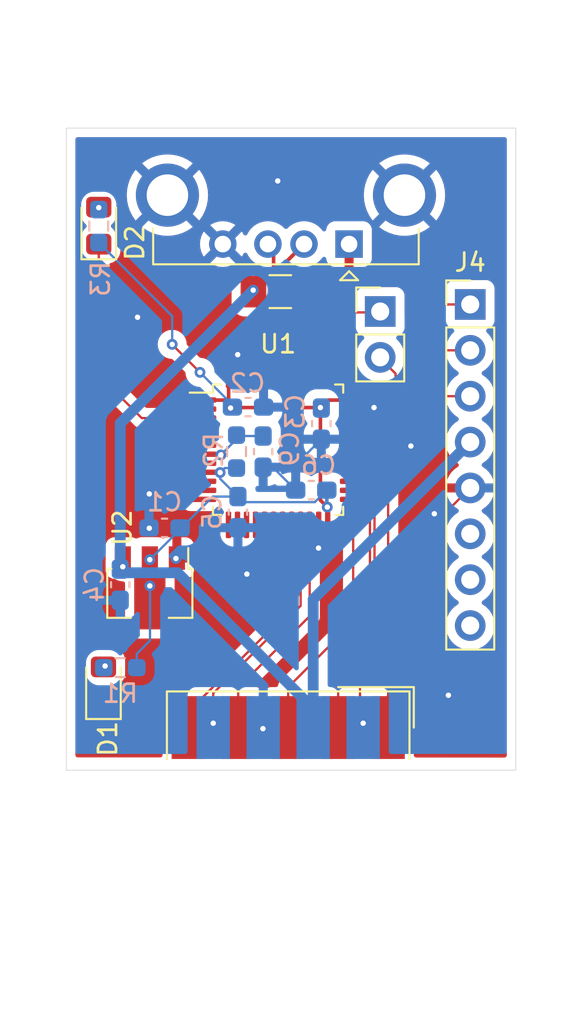
<source format=kicad_pcb>
(kicad_pcb (version 20221018) (generator pcbnew)
  (layers (0 "F.Cu" signal "Front") (1 "In1.Cu" signal) (2 "In2.Cu" signal) (31 "B.Cu" signal "Back") (34 "B.Paste" user) (35 "F.Paste" user) (36 "B.SilkS" user "B.Silkscreen") (37 "F.SilkS" user "F.Silkscreen") (38 "B.Mask" user) (39 "F.Mask" user) (44 "Edge.Cuts" user))
  (net 0 "")
  (net 1 "+3.3V")
  (net 2 "GND")
  (net 3 "+5V")
  (net 4 "/NRST")
  (net 5 "Net-(J3-VBUS)")
  (net 6 "/PIN1")
  (net 7 "/PIN2")
  (net 8 "/PIN3")
  (net 9 "/PIN4")
  (net 10 "/PIN5")
  (net 11 "/PIN6")
  (net 12 "/PIN9")
  (net 13 "/SWDIO")
  (net 14 "/SWCLK")
  (net 15 "/USB_DM")
  (net 16 "/USB_DP")
  (net 18 "Net-(D1-A)")
  (net 24 "/KB_CLK")
  (net 25 "/KB_DATA")
  (net 26 "/KB_RESET")
  (net 30 "unconnected-(U1-OSC_IN_PD0-Pad5)")
  (net 33 "unconnected-(U1-PA2_ADC2-Pad12)")
  (net 44 "/LED1")
  (net 45 "Net-(D2-A)")
  (footprint "LED_SMD:LED_0805_2012Metric_Pad1.15x1.40mm_HandSolder" (layer "F.Cu") (at 119.8 80.2475 90)
    (fp_text reference "D2" (at -0.9525 2 270) (layer "F.SilkS"))
    (fp_text value "LED")
    (fp_line (start -1.86 -0.96) (end -1.86 0.96) (stroke (width 0.12)) (layer "F.SilkS"))
    (fp_line (start -1.86 0.96) (end 1 0.96) (stroke (width 0.12)) (layer "F.SilkS"))
    (fp_line (start 1 -0.96) (end -1.86 -0.96) (stroke (width 0.12)) (layer "F.SilkS"))
    (pad "1" smd roundrect (at -1.025 0 90) (size 1.15 1.4) (layers "F.Cu" "F.Paste" "F.Mask") (roundrect_rratio 0.217391) (net 44 "/LED1"))
    (pad "2" smd roundrect (at 1.025 0 90) (size 1.15 1.4) (layers "F.Cu" "F.Paste" "F.Mask") (roundrect_rratio 0.217391) (net 45 "Net-(D2-A)"))
  )
  (footprint "Connector_PinHeader_2.54mm:PinHeader_1x08_P2.54mm_Vertical" (layer "F.Cu") (at 140.39 84.61)
    (fp_text reference "J4" (at 0 -2.33) (layer "F.SilkS"))
    (fp_text value "Conn_01x08" hide)
    (fp_line (start -1.33 -1.33) (end 0 -1.33) (stroke (width 0.12)) (layer "F.SilkS"))
    (fp_line (start -1.33 0) (end -1.33 -1.33) (stroke (width 0.12)) (layer "F.SilkS"))
    (fp_line (start -1.33 1.27) (end -1.33 19.11) (stroke (width 0.12)) (layer "F.SilkS"))
    (fp_line (start -1.33 1.27) (end 1.33 1.27) (stroke (width 0.12)) (layer "F.SilkS"))
    (fp_line (start -1.33 19.11) (end 1.33 19.11) (stroke (width 0.12)) (layer "F.SilkS"))
    (fp_line (start 1.33 1.27) (end 1.33 19.11) (stroke (width 0.12)) (layer "F.SilkS"))
    (pad "1" thru_hole rect (at 0 0) (size 1.7 1.7) (drill 1) (layers "*.Cu" "*.Mask") (net 24 "/KB_CLK"))
    (pad "2" thru_hole oval (at 0 2.54) (size 1.7 1.7) (drill 1) (layers "*.Cu" "*.Mask") (net 25 "/KB_DATA"))
    (pad "3" thru_hole oval (at 0 5.08) (size 1.7 1.7) (drill 1) (layers "*.Cu" "*.Mask") (net 26 "/KB_RESET"))
    (pad "4" thru_hole oval (at 0 7.62) (size 1.7 1.7) (drill 1) (layers "*.Cu" "*.Mask") (net 3 "+5V"))
    (pad "5" thru_hole oval (at 0 10.16) (size 1.7 1.7) (drill 1) (layers "*.Cu" "*.Mask") (net 2 "GND"))
    (pad "6" thru_hole oval (at 0 12.7) (size 1.7 1.7) (drill 1) (layers "*.Cu" "*.Mask"))
    (pad "7" thru_hole oval (at 0 15.24) (size 1.7 1.7) (drill 1) (layers "*.Cu" "*.Mask"))
    (pad "8" thru_hole oval (at 0 17.78) (size 1.7 1.7) (drill 1) (layers "*.Cu" "*.Mask"))
  )
  (footprint "Fuse:Fuse_1206_3216Metric_Pad1.42x1.75mm_HandSolder" (layer "F.Cu") (at 129.8625 83.9 180)
    (fp_text reference "F1" hide)
    (fp_text value "Fuse" hide)
    (fp_line (start -0.602064 -0.91) (end 0.602064 -0.91) (stroke (width 0.12)) (layer "F.SilkS"))
    (fp_line (start -0.602064 0.91) (end 0.602064 0.91) (stroke (width 0.12)) (layer "F.SilkS"))
    (pad "1" smd roundrect (at -1.4875 0 180) (size 1.425 1.75) (layers "F.Cu" "F.Paste" "F.Mask") (roundrect_rratio 0.1754392982) (net 5 "Net-(J3-VBUS)"))
    (pad "2" smd roundrect (at 1.4875 0 180) (size 1.425 1.75) (layers "F.Cu" "F.Paste" "F.Mask") (roundrect_rratio 0.1754392982) (net 3 "+5V"))
  )
  (footprint "Connector_USB:USB_A_CONNFLY_DS1095-WNR0" (layer "F.Cu") (at 133.675 81.2671 180)
    (fp_text reference "J3" hide)
    (fp_text value "USB_1" hide)
    (fp_line (start -3.86 -1.12) (end -3.86 0.86) (stroke (width 0.12)) (layer "F.SilkS"))
    (fp_line (start -3.86 -1.12) (end 10.86 -1.12) (stroke (width 0.12)) (layer "F.SilkS"))
    (fp_line (start -0.5 -2) (end 0 -1.5) (stroke (width 0.12)) (layer "F.SilkS"))
    (fp_line (start 0 -1.5) (end 0.5 -2) (stroke (width 0.12)) (layer "F.SilkS"))
    (fp_line (start 0.5 -2) (end -0.5 -2) (stroke (width 0.12)) (layer "F.SilkS"))
    (fp_line (start 10.86 0.86) (end 10.86 -1.12) (stroke (width 0.12)) (layer "F.SilkS"))
    (pad "1" thru_hole rect (at 0 0 180) (size 1.524 1.524) (drill 0.92) (layers "*.Cu" "*.Mask") (net 5 "Net-(J3-VBUS)"))
    (pad "2" thru_hole circle (at 2.5 0 180) (size 1.524 1.524) (drill 0.92) (layers "*.Cu" "*.Mask") (net 15 "/USB_DM"))
    (pad "3" thru_hole circle (at 4.5 0 180) (size 1.524 1.524) (drill 0.92) (layers "*.Cu" "*.Mask") (net 16 "/USB_DP"))
    (pad "4" thru_hole circle (at 7 0 180) (size 1.524 1.524) (drill 0.92) (layers "*.Cu" "*.Mask") (net 2 "GND"))
    (pad "5" thru_hole circle (at -3.07 2.71 180) (size 3.5 3.5) (drill 2.3) (layers "*.Cu" "*.Mask") (net 2 "GND"))
    (pad "5" thru_hole circle (at 10.07 2.71 180) (size 3.5 3.5) (drill 2.3) (layers "*.Cu" "*.Mask") (net 2 "GND"))
  )
  (footprint "Connector_Dsub:DSUB-9_Female_EdgeMount_P2.77mm" (layer "F.Cu") (at 130.3 108.0375)
    (fp_text reference "J1" hide)
    (fp_text value "DE9_Plug" hide)
    (fp_line (start -6.723333 -2) (end -6.723333 1.74) (stroke (width 0.12)) (layer "F.SilkS"))
    (fp_line (start 6.723333 -2) (end -6.723333 -2) (stroke (width 0.12)) (layer "F.SilkS"))
    (fp_line (start 6.723333 1.74) (end 6.723333 -2) (stroke (width 0.12)) (layer "F.SilkS"))
    (fp_line (start 6.963333 -2.24) (end 2.77 -2.24) (stroke (width 0.12)) (layer "F.SilkS"))
    (fp_line (start 6.963333 0) (end 6.963333 -2.24) (stroke (width 0.12)) (layer "F.SilkS"))
    (pad "1" smd rect (at 5.54 0) (size 1.846667 3.48) (layers "F.Cu" "F.Paste" "F.Mask") (net 6 "/PIN1"))
    (pad "2" smd rect (at 2.77 0) (size 1.846667 3.48) (layers "F.Cu" "F.Paste" "F.Mask") (net 7 "/PIN2"))
    (pad "3" smd rect (at 0 0) (size 1.846667 3.48) (layers "F.Cu" "F.Paste" "F.Mask") (net 8 "/PIN3"))
    (pad "4" smd rect (at -2.77 0) (size 1.846667 3.48) (layers "F.Cu" "F.Paste" "F.Mask") (net 9 "/PIN4"))
    (pad "5" smd rect (at -5.54 0) (size 1.846667 3.48) (layers "F.Cu" "F.Paste" "F.Mask") (net 10 "/PIN5"))
    (pad "6" smd rect (at 4.155 0) (size 1.846667 3.48) (layers "B.Cu" "B.Paste" "B.Mask") (net 11 "/PIN6"))
    (pad "7" smd rect (at 1.385 0) (size 1.846667 3.48) (layers "B.Cu" "B.Paste" "B.Mask") (net 3 "+5V"))
    (pad "8" smd rect (at -1.385 0) (size 1.846667 3.48) (layers "B.Cu" "B.Paste" "B.Mask") (net 2 "GND"))
    (pad "9" smd rect (at -4.155 0) (size 1.846667 3.48) (layers "B.Cu" "B.Paste" "B.Mask") (net 12 "/PIN9"))
  )
  (footprint "LED_SMD:LED_0805_2012Metric_Pad1.15x1.40mm_HandSolder" (layer "F.Cu") (at 120.06 105.705 90)
    (fp_text reference "D1" (at -2.955 0.24 90) (layer "F.SilkS"))
    (fp_text value "LED")
    (fp_line (start -1.86 -0.96) (end -1.86 0.96) (stroke (width 0.12)) (layer "F.SilkS"))
    (fp_line (start -1.86 0.96) (end 1 0.96) (stroke (width 0.12)) (layer "F.SilkS"))
    (fp_line (start 1 -0.96) (end -1.86 -0.96) (stroke (width 0.12)) (layer "F.SilkS"))
    (pad "1" smd roundrect (at -1.025 0 90) (size 1.15 1.4) (layers "F.Cu" "F.Paste" "F.Mask") (roundrect_rratio 0.217391) (net 2 "GND"))
    (pad "2" smd roundrect (at 1.025 0 90) (size 1.15 1.4) (layers "F.Cu" "F.Paste" "F.Mask") (roundrect_rratio 0.217391) (net 18 "Net-(D1-A)"))
  )
  (footprint "Package_QFP:LQFP-48_7x7mm_P0.5mm" (layer "F.Cu") (at 129.74 92.6525)
    (fp_text reference "U1" (at 0 -5.85) (layer "F.SilkS"))
    (fp_text value "CH32V203C8T6" hide)
    (fp_line (start -3.61 -3.61) (end -3.61 -3.16) (stroke (width 0.12)) (layer "F.SilkS"))
    (fp_line (start -3.61 -3.16) (end -4.9 -3.16) (stroke (width 0.12)) (layer "F.SilkS"))
    (fp_line (start -3.61 3.61) (end -3.61 3.16) (stroke (width 0.12)) (layer "F.SilkS"))
    (fp_line (start -3.16 -3.61) (end -3.61 -3.61) (stroke (width 0.12)) (layer "F.SilkS"))
    (fp_line (start -3.16 3.61) (end -3.61 3.61) (stroke (width 0.12)) (layer "F.SilkS"))
    (fp_line (start 3.16 -3.61) (end 3.61 -3.61) (stroke (width 0.12)) (layer "F.SilkS"))
    (fp_line (start 3.16 3.61) (end 3.61 3.61) (stroke (width 0.12)) (layer "F.SilkS"))
    (fp_line (start 3.61 -3.61) (end 3.61 -3.16) (stroke (width 0.12)) (layer "F.SilkS"))
    (fp_line (start 3.61 3.61) (end 3.61 3.16) (stroke (width 0.12)) (layer "F.SilkS"))
    (pad "1" smd roundrect (at -4.1625 -2.75) (size 1.475 0.3) (layers "F.Cu" "F.Paste" "F.Mask") (net 1 "+3.3V"))
    (pad "2" smd roundrect (at -4.1625 -2.25) (size 1.475 0.3) (layers "F.Cu" "F.Paste" "F.Mask"))
    (pad "3" smd roundrect (at -4.1625 -1.75) (size 1.475 0.3) (layers "F.Cu" "F.Paste" "F.Mask") (net 44 "/LED1"))
    (pad "4" smd roundrect (at -4.1625 -1.25) (size 1.475 0.3) (layers "F.Cu" "F.Paste" "F.Mask"))
    (pad "5" smd roundrect (at -4.1625 -0.75) (size 1.475 0.3) (layers "F.Cu" "F.Paste" "F.Mask") (net 30 "unconnected-(U1-OSC_IN_PD0-Pad5)"))
    (pad "6" smd roundrect (at -4.1625 -0.25) (size 1.475 0.3) (layers "F.Cu" "F.Paste" "F.Mask"))
    (pad "7" smd roundrect (at -4.1625 0.25) (size 1.475 0.3) (layers "F.Cu" "F.Paste" "F.Mask") (net 4 "/NRST"))
    (pad "8" smd roundrect (at -4.1625 0.75) (size 1.475 0.3) (layers "F.Cu" "F.Paste" "F.Mask") (net 2 "GND"))
    (pad "9" smd roundrect (at -4.1625 1.25) (size 1.475 0.3) (layers "F.Cu" "F.Paste" "F.Mask") (net 1 "+3.3V"))
    (pad "10" smd roundrect (at -4.1625 1.75) (size 1.475 0.3) (layers "F.Cu" "F.Paste" "F.Mask"))
    (pad "11" smd roundrect (at -4.1625 2.25) (size 1.475 0.3) (layers "F.Cu" "F.Paste" "F.Mask"))
    (pad "12" smd roundrect (at -4.1625 2.75) (size 1.475 0.3) (layers "F.Cu" "F.Paste" "F.Mask") (net 33 "unconnected-(U1-PA2_ADC2-Pad12)"))
    (pad "13" smd roundrect (at -2.75 4.1625) (size 0.3 1.475) (layers "F.Cu" "F.Paste" "F.Mask"))
    (pad "14" smd roundrect (at -2.25 4.1625) (size 0.3 1.475) (layers "F.Cu" "F.Paste" "F.Mask"))
    (pad "15" smd roundrect (at -1.75 4.1625) (size 0.3 1.475) (layers "F.Cu" "F.Paste" "F.Mask"))
    (pad "16" smd roundrect (at -1.25 4.1625) (size 0.3 1.475) (layers "F.Cu" "F.Paste" "F.Mask"))
    (pad "17" smd roundrect (at -0.75 4.1625) (size 0.3 1.475) (layers "F.Cu" "F.Paste" "F.Mask"))
    (pad "18" smd roundrect (at -0.25 4.1625) (size 0.3 1.475) (layers "F.Cu" "F.Paste" "F.Mask"))
    (pad "19" smd roundrect (at 0.25 4.1625) (size 0.3 1.475) (layers "F.Cu" "F.Paste" "F.Mask"))
    (pad "20" smd roundrect (at 0.75 4.1625) (size 0.3 1.475) (layers "F.Cu" "F.Paste" "F.Mask") (net 10 "/PIN5"))
    (pad "21" smd roundrect (at 1.25 4.1625) (size 0.3 1.475) (layers "F.Cu" "F.Paste" "F.Mask") (net 12 "/PIN9"))
    (pad "22" smd roundrect (at 1.75 4.1625) (size 0.3 1.475) (layers "F.Cu" "F.Paste" "F.Mask") (net 9 "/PIN4"))
    (pad "23" smd roundrect (at 2.25 4.1625) (size 0.3 1.475) (layers "F.Cu" "F.Paste" "F.Mask") (net 2 "GND"))
    (pad "24" smd roundrect (at 2.75 4.1625) (size 0.3 1.475) (layers "F.Cu" "F.Paste" "F.Mask") (net 1 "+3.3V"))
    (pad "25" smd roundrect (at 4.1625 2.75) (size 1.475 0.3) (layers "F.Cu" "F.Paste" "F.Mask") (net 8 "/PIN3"))
    (pad "26" smd roundrect (at 4.1625 2.25) (size 1.475 0.3) (layers "F.Cu" "F.Paste" "F.Mask") (net 7 "/PIN2"))
    (pad "27" smd roundrect (at 4.1625 1.75) (size 1.475 0.3) (layers "F.Cu" "F.Paste" "F.Mask") (net 11 "/PIN6"))
    (pad "28" smd roundrect (at 4.1625 1.25) (size 1.475 0.3) (layers "F.Cu" "F.Paste" "F.Mask") (net 6 "/PIN1"))
    (pad "29" smd roundrect (at 4.1625 0.75) (size 1.475 0.3) (layers "F.Cu" "F.Paste" "F.Mask"))
    (pad "30" smd roundrect (at 4.1625 0.25) (size 1.475 0.3) (layers "F.Cu" "F.Paste" "F.Mask"))
    (pad "31" smd roundrect (at 4.1625 -0.25) (size 1.475 0.3) (layers "F.Cu" "F.Paste" "F.Mask") (net 26 "/KB_RESET"))
    (pad "32" smd roundrect (at 4.1625 -0.75) (size 1.475 0.3) (layers "F.Cu" "F.Paste" "F.Mask") (net 25 "/KB_DATA"))
    (pad "33" smd roundrect (at 4.1625 -1.25) (size 1.475 0.3) (layers "F.Cu" "F.Paste" "F.Mask") (net 24 "/KB_CLK"))
    (pad "34" smd roundrect (at 4.1625 -1.75) (size 1.475 0.3) (layers "F.Cu" "F.Paste" "F.Mask") (net 13 "/SWDIO"))
    (pad "35" smd roundrect (at 4.1625 -2.25) (size 1.475 0.3) (layers "F.Cu" "F.Paste" "F.Mask") (net 2 "GND"))
    (pad "36" smd roundrect (at 4.1625 -2.75) (size 1.475 0.3) (layers "F.Cu" "F.Paste" "F.Mask") (net 1 "+3.3V"))
    (pad "37" smd roundrect (at 2.75 -4.1625) (size 0.3 1.475) (layers "F.Cu" "F.Paste" "F.Mask") (net 14 "/SWCLK"))
    (pad "38" smd roundrect (at 2.25 -4.1625) (size 0.3 1.475) (layers "F.Cu" "F.Paste" "F.Mask"))
    (pad "39" smd roundrect (at 1.75 -4.1625) (size 0.3 1.475) (layers "F.Cu" "F.Paste" "F.Mask"))
    (pad "40" smd roundrect (at 1.25 -4.1625) (size 0.3 1.475) (layers "F.Cu" "F.Paste" "F.Mask"))
    (pad "41" smd roundrect (at 0.75 -4.1625) (size 0.3 1.475) (layers "F.Cu" "F.Paste" "F.Mask"))
    (pad "42" smd roundrect (at 0.25 -4.1625) (size 0.3 1.475) (layers "F.Cu" "F.Paste" "F.Mask") (net 15 "/USB_DM"))
    (pad "43" smd roundrect (at -0.25 -4.1625) (size 0.3 1.475) (layers "F.Cu" "F.Paste" "F.Mask") (net 16 "/USB_DP"))
    (pad "44" smd roundrect (at -0.75 -4.1625) (size 0.3 1.475) (layers "F.Cu" "F.Paste" "F.Mask"))
    (pad "45" smd roundrect (at -1.25 -4.1625) (size 0.3 1.475) (layers "F.Cu" "F.Paste" "F.Mask"))
    (pad "46" smd roundrect (at -1.75 -4.1625) (size 0.3 1.475) (layers "F.Cu" "F.Paste" "F.Mask"))
    (pad "47" smd roundrect (at -2.25 -4.1625) (size 0.3 1.475) (layers "F.Cu" "F.Paste" "F.Mask") (net 2 "GND"))
    (pad "48" smd roundrect (at -2.75 -4.1625) (size 0.3 1.475) (layers "F.Cu" "F.Paste" "F.Mask") (net 1 "+3.3V"))
  )
  (footprint "Package_TO_SOT_SMD:SOT-89-3" (layer "F.Cu") (at 122.63 100.6025 -90)
    (fp_text reference "U2" (at -3.6274 1.524 -270) (layer "F.SilkS"))
    (fp_text value "LM1117MP-3.3" hide)
    (fp_line (start -2.5 -2.13) (end -1.36 -2.13) (stroke (width 0.12)) (layer "F.SilkS"))
    (fp_line (start -1.36 -2.36) (end -1.36 -2.13) (stroke (width 0.12)) (layer "F.SilkS"))
    (fp_line (start -1.36 -2.36) (end 1.36 -2.36) (stroke (width 0.12)) (layer "F.SilkS"))
    (fp_line (start -1.36 2.36) (end -1.36 2.13) (stroke (width 0.12)) (layer "F.SilkS"))
    (fp_line (start 1.36 -2.36) (end 1.36 -1.05) (stroke (width 0.12)) (layer "F.SilkS"))
    (fp_line (start 1.36 1.05) (end 1.36 2.36) (stroke (width 0.12)) (layer "F.SilkS"))
    (fp_line (start 1.36 2.36) (end -1.36 2.36) (stroke (width 0.12)) (layer "F.SilkS"))
    (pad "1" smd rect (at -1.95 -1.5 270) (size 1.3 0.9) (layers "F.Cu" "F.Paste" "F.Mask") (net 2 "GND"))
    (pad "2" smd custom (at -1.8625 0 270) (size 1.475 0.9) (layers "F.Cu" "F.Paste" "F.Mask") (net 1 "+3.3V") (options (clearance outline) (anchor rect)) (primitives (gr_poly (pts (xy 3.8625 0.8665) (xy 0.7375 0.8665) (xy 0.7375 -0.8665) (xy 3.8625 -0.8665)) (width 0) (fill yes))))
    (pad "3" smd rect (at -1.95 1.5 270) (size 1.3 0.9) (layers "F.Cu" "F.Paste" "F.Mask") (net 3 "+5V"))
  )
  (footprint "Connector_PinHeader_2.54mm:PinHeader_1x02_P2.54mm_Vertical" (layer "F.Cu") (at 135.4 85)
    (fp_text reference "J2" hide)
    (fp_text value "Conn_01x02")
    (fp_line (start -1.33 -1.33) (end 0 -1.33) (stroke (width 0.12)) (layer "F.SilkS"))
    (fp_line (start -1.33 0) (end -1.33 -1.33) (stroke (width 0.12)) (layer "F.SilkS"))
    (fp_line (start -1.33 1.27) (end -1.33 3.87) (stroke (width 0.12)) (layer "F.SilkS"))
    (fp_line (start -1.33 1.27) (end 1.33 1.27) (stroke (width 0.12)) (layer "F.SilkS"))
    (fp_line (start -1.33 3.87) (end 1.33 3.87) (stroke (width 0.12)) (layer "F.SilkS"))
    (fp_line (start 1.33 1.27) (end 1.33 3.87) (stroke (width 0.12)) (layer "F.SilkS"))
    (pad "1" thru_hole rect (at 0 0) (size 1.7 1.7) (drill 1) (layers "*.Cu" "*.Mask") (net 14 "/SWCLK"))
    (pad "2" thru_hole oval (at 0 2.54) (size 1.7 1.7) (drill 1) (layers "*.Cu" "*.Mask") (net 13 "/SWDIO"))
  )
  (footprint "Resistor_SMD:R_0603_1608Metric_Pad0.98x0.95mm_HandSolder" (layer "B.Cu") (at 120.9925 104.72)
    (fp_text reference "R1" (at 0 1.43) (layer "B.SilkS") (effects (justify mirror)))
    (fp_text value "2.2k")
    (fp_line (start -0.254724 -0.5225) (end 0.254724 -0.5225) (stroke (width 0.12)) (layer "B.SilkS"))
    (fp_line (start -0.254724 0.5225) (end 0.254724 0.5225) (stroke (width 0.12)) (layer "B.SilkS"))
    (pad "1" smd roundrect (at -0.9125 0) (size 0.975 0.95) (layers "B.Cu" "B.Paste" "B.Mask") (net 18 "Net-(D1-A)"))
    (pad "2" smd roundrect (at 0.9125 0) (size 0.975 0.95) (layers "B.Cu" "B.Paste" "B.Mask") (net 1 "+3.3V"))
  )
  (footprint "Capacitor_SMD:C_0603_1608Metric_Pad1.08x0.95mm_HandSolder" (layer "B.Cu") (at 128.0722 90.294)
    (fp_text reference "C2" (at -0.0254 -1.3208) (layer "B.SilkS") (effects (justify mirror)))
    (fp_text value "C")
    (fp_line (start -0.146267 -0.51) (end 0.146267 -0.51) (stroke (width 0.12)) (layer "B.SilkS"))
    (fp_line (start -0.146267 0.51) (end 0.146267 0.51) (stroke (width 0.12)) (layer "B.SilkS"))
    (pad "1" smd roundrect (at -0.8625 0) (size 1.075 0.95) (layers "B.Cu" "B.Paste" "B.Mask") (net 1 "+3.3V"))
    (pad "2" smd roundrect (at 0.8625 0) (size 1.075 0.95) (layers "B.Cu" "B.Paste" "B.Mask") (net 2 "GND"))
  )
  (footprint "Resistor_SMD:R_0603_1608Metric_Pad0.98x0.95mm_HandSolder" (layer "B.Cu") (at 119.8 80.27 -90)
    (fp_text reference "R3" (at 2.93 -0.1 90) (layer "B.SilkS") (effects (justify mirror)))
    (fp_text value "2.2k")
    (fp_line (start -0.254724 -0.5225) (end 0.254724 -0.5225) (stroke (width 0.12)) (layer "B.SilkS"))
    (fp_line (start -0.254724 0.5225) (end 0.254724 0.5225) (stroke (width 0.12)) (layer "B.SilkS"))
    (pad "1" smd roundrect (at -0.9125 0 270) (size 0.975 0.95) (layers "B.Cu" "B.Paste" "B.Mask") (net 45 "Net-(D2-A)"))
    (pad "2" smd roundrect (at 0.9125 0 270) (size 0.975 0.95) (layers "B.Cu" "B.Paste" "B.Mask") (net 1 "+3.3V"))
  )
  (footprint "Capacitor_SMD:C_0603_1608Metric_Pad1.08x0.95mm_HandSolder" (layer "B.Cu") (at 120.99 100.1275 -90)
    (fp_text reference "C4" (at 0 1.43 90) (layer "B.SilkS") (effects (justify mirror)))
    (fp_text value "C")
    (fp_line (start -0.146267 -0.51) (end 0.146267 -0.51) (stroke (width 0.12)) (layer "B.SilkS"))
    (fp_line (start -0.146267 0.51) (end 0.146267 0.51) (stroke (width 0.12)) (layer "B.SilkS"))
    (pad "1" smd roundrect (at -0.8625 0 270) (size 1.075 0.95) (layers "B.Cu" "B.Paste" "B.Mask") (net 3 "+5V"))
    (pad "2" smd roundrect (at 0.8625 0 270) (size 1.075 0.95) (layers "B.Cu" "B.Paste" "B.Mask") (net 2 "GND"))
  )
  (footprint "Capacitor_SMD:C_0603_1608Metric_Pad1.08x0.95mm_HandSolder" (layer "B.Cu") (at 123.4459 96.9815 180)
    (fp_text reference "C1" (at 0 1.43) (layer "B.SilkS") (effects (justify mirror)))
    (fp_text value "C")
    (fp_line (start -0.146267 -0.51) (end 0.146267 -0.51) (stroke (width 0.12)) (layer "B.SilkS"))
    (fp_line (start -0.146267 0.51) (end 0.146267 0.51) (stroke (width 0.12)) (layer "B.SilkS"))
    (pad "1" smd roundrect (at -0.8625 0 180) (size 1.075 0.95) (layers "B.Cu" "B.Paste" "B.Mask") (net 1 "+3.3V"))
    (pad "2" smd roundrect (at 0.8625 0 180) (size 1.075 0.95) (layers "B.Cu" "B.Paste" "B.Mask") (net 2 "GND"))
  )
  (footprint "Capacitor_SMD:C_0603_1608Metric_Pad1.08x0.95mm_HandSolder" (layer "B.Cu") (at 131.5774 94.8914 180)
    (fp_text reference "C6" (at -0.4064 1.3716) (layer "B.SilkS") (effects (justify mirror)))
    (fp_text value "C")
    (fp_line (start -0.146267 -0.51) (end 0.146267 -0.51) (stroke (width 0.12)) (layer "B.SilkS"))
    (fp_line (start -0.146267 0.51) (end 0.146267 0.51) (stroke (width 0.12)) (layer "B.SilkS"))
    (pad "1" smd roundrect (at -0.8625 0 180) (size 1.075 0.95) (layers "B.Cu" "B.Paste" "B.Mask") (net 1 "+3.3V"))
    (pad "2" smd roundrect (at 0.8625 0 180) (size 1.075 0.95) (layers "B.Cu" "B.Paste" "B.Mask") (net 2 "GND"))
  )
  (footprint "Capacitor_SMD:C_0603_1608Metric_Pad1.08x0.95mm_HandSolder" (layer "B.Cu") (at 132.1362 91.2084 -90)
    (fp_text reference "C3" (at -0.6604 1.4478 90) (layer "B.SilkS") (effects (justify mirror)))
    (fp_text value "C")
    (fp_line (start -0.146267 -0.51) (end 0.146267 -0.51) (stroke (width 0.12)) (layer "B.SilkS"))
    (fp_line (start -0.146267 0.51) (end 0.146267 0.51) (stroke (width 0.12)) (layer "B.SilkS"))
    (pad "1" smd roundrect (at -0.8625 0 270) (size 1.075 0.95) (layers "B.Cu" "B.Paste" "B.Mask") (net 1 "+3.3V"))
    (pad "2" smd roundrect (at 0.8625 0 270) (size 1.075 0.95) (layers "B.Cu" "B.Paste" "B.Mask") (net 2 "GND"))
  )
  (footprint "Capacitor_SMD:C_0603_1608Metric_Pad1.08x0.95mm_HandSolder" (layer "B.Cu") (at 127.5134 96.1106 -90)
    (fp_text reference "C5" (at 0 1.43 90) (layer "B.SilkS") (effects (justify mirror)))
    (fp_text value "C")
    (fp_line (start -0.146267 -0.51) (end 0.146267 -0.51) (stroke (width 0.12)) (layer "B.SilkS"))
    (fp_line (start -0.146267 0.51) (end 0.146267 0.51) (stroke (width 0.12)) (layer "B.SilkS"))
    (pad "1" smd roundrect (at -0.8625 0 270) (size 1.075 0.95) (layers "B.Cu" "B.Paste" "B.Mask") (net 1 "+3.3V"))
    (pad "2" smd roundrect (at 0.8625 0 270) (size 1.075 0.95) (layers "B.Cu" "B.Paste" "B.Mask") (net 2 "GND"))
  )
  (footprint "Resistor_SMD:R_0603_1608Metric_Pad0.98x0.95mm_HandSolder" (layer "B.Cu") (at 127.4372 92.7578 90)
    (fp_text reference "R2" (at 0.0762 -1.27 270) (layer "B.SilkS") (effects (justify mirror)))
    (fp_text value "R" hide)
    (fp_line (start -0.254724 -0.5225) (end 0.254724 -0.5225) (stroke (width 0.12)) (layer "B.SilkS"))
    (fp_line (start -0.254724 0.5225) (end 0.254724 0.5225) (stroke (width 0.12)) (layer "B.SilkS"))
    (pad "1" smd roundrect (at -0.9125 0 90) (size 0.975 0.95) (layers "B.Cu" "B.Paste" "B.Mask") (net 1 "+3.3V"))
    (pad "2" smd roundrect (at 0.9125 0 90) (size 0.975 0.95) (layers "B.Cu" "B.Paste" "B.Mask") (net 4 "/NRST"))
  )
  (footprint "Capacitor_SMD:C_0603_1608Metric_Pad1.08x0.95mm_HandSolder" (layer "B.Cu") (at 128.9104 92.7578 -90)
    (fp_text reference "C9" (at -0.1524 -1.4732 90) (layer "B.SilkS") (effects (justify mirror)))
    (fp_text value "0.1μF" hide)
    (fp_line (start -0.146267 -0.51) (end 0.146267 -0.51) (stroke (width 0.12)) (layer "B.SilkS"))
    (fp_line (start -0.146267 0.51) (end 0.146267 0.51) (stroke (width 0.12)) (layer "B.SilkS"))
    (pad "1" smd roundrect (at -0.8625 0 270) (size 1.075 0.95) (layers "B.Cu" "B.Paste" "B.Mask") (net 4 "/NRST"))
    (pad "2" smd roundrect (at 0.8625 0 270) (size 1.075 0.95) (layers "B.Cu" "B.Paste" "B.Mask") (net 2 "GND"))
  )
  (gr_rect (start 118.0018 74.8454) (end 142.9182 110.4) (stroke (width 0.0381)) (fill none) (layer "Edge.Cuts"))
  (segment (start 132.4986 89.9062) (end 132.0854 90.3194) (width 0.2) (layer "F.Cu") (net 1))
  (segment (start 127.1324 90.3194) (end 127.107 90.3448) (width 0.2) (layer "F.Cu") (net 1))
  (segment (start 125.596121 93.916221) (end 125.5861 93.9062) (width 0.127) (layer "F.Cu") (net 1))
  (segment (start 126.9986 90.0146) (end 126.9986 90.2364) (width 0.2) (layer "F.Cu") (net 1))
  (segment (start 132.0854 95.4502) (end 132.4664 95.8312) (width 0.2) (layer "F.Cu") (net 1))
  (segment (start 132.4986 96.8187) (end 132.4997 96.8198) (width 0.127) (layer "F.Cu") (net 1))
  (segment (start 126.9986 88.4937) (end 126.9986 90.0146) (width 0.2) (layer "F.Cu") (net 1))
  (segment (start 126.8902 89.9062) (end 126.9986 90.0146) (width 0.2) (layer "F.Cu") (net 1))
  (segment (start 126.530218 93.916221) (end 125.596121 93.916221) (width 0.127) (layer "F.Cu") (net 1))
  (segment (start 126.9986 90.2364) (end 127.107 90.3448) (width 0.2) (layer "F.Cu") (net 1))
  (segment (start 125.5861 89.9062) (end 126.8902 89.9062) (width 0.2) (layer "F.Cu") (net 1))
  (segment (start 123.87 86.83) (end 123.87 86.82) (width 0.127) (layer "F.Cu") (net 1))
  (segment (start 133.9111 89.9062) (end 132.4986 89.9062) (width 0.2) (layer "F.Cu") (net 1))
  (segment (start 132.4664 96.7865) (end 132.4986 96.8187) (width 0.127) (layer "F.Cu") (net 1))
  (segment (start 132.0854 90.3194) (end 127.1324 90.3194) (width 0.2) (layer "F.Cu") (net 1))
  (segment (start 132.0854 90.3194) (end 132.0854 95.4502) (width 0.2) (layer "F.Cu") (net 1))
  (segment (start 125.41 88.37) (end 123.87 86.83) (width 0.127) (layer "F.Cu") (net 1))
  (segment (start 132.4664 95.8312) (end 132.4664 96.7865) (width 0.127) (layer "F.Cu") (net 1))
  (via (at 125.41 88.37) (size 0.6) (drill 0.3) (layers "F.Cu" "B.Cu") (net 1))
  (via (at 123.87 86.82) (size 0.6) (drill 0.3) (layers "F.Cu" "B.Cu") (net 1))
  (via (at 122.63 98.74) (size 0.6) (drill 0.3) (layers "F.Cu" "B.Cu") (net 1))
  (via (at 132.0854 90.3194) (size 0.6) (drill 0.3) (layers "F.Cu" "B.Cu") (net 1))
  (via (at 132.4664 95.8312) (size 0.6) (drill 0.3) (layers "F.Cu" "B.Cu") (net 1))
  (via (at 122.63 100.1935) (size 0.6) (drill 0.3) (layers "F.Cu" "B.Cu") (net 1))
  (via (at 127.107 90.3448) (size 0.6) (drill 0.3) (layers "F.Cu" "B.Cu") (net 1))
  (via (at 126.530218 93.916221) (size 0.6) (drill 0.3) (layers "F.Cu" "B.Cu") (net 1))
  (segment (start 132.4399 94.8914) (end 132.4399 95.8047) (width 0.2) (layer "B.Cu") (net 1))
  (segment (start 126.530218 94.264918) (end 126.530218 93.916221) (width 0.127) (layer "B.Cu") (net 1))
  (segment (start 127.5134 95.2481) (end 126.530218 94.264918) (width 0.127) (layer "B.Cu") (net 1))
  (segment (start 121.905 103.955) (end 122.64 103.22) (width 0.127) (layer "B.Cu") (net 1))
  (segment (start 127.8222 95.5569) (end 131.7744 95.5569) (width 0.127) (layer "B.Cu") (net 1))
  (segment (start 122.5834 98.6934) (end 122.63 98.74) (width 0.127) (layer "B.Cu") (net 1))
  (segment (start 126.776139 93.6703) (end 126.530218 93.916221) (width 0.127) (layer "B.Cu") (net 1))
  (segment (start 132.4399 95.8047) (end 132.4664 95.8312) (width 0.2) (layer "B.Cu") (net 1))
  (segment (start 121.905 104.72) (end 121.905 103.955) (width 0.127) (layer "B.Cu") (net 1))
  (segment (start 126.1219 95.2481) (end 122.63 98.74) (width 0.127) (layer "B.Cu") (net 1))
  (segment (start 127.2097 90.1697) (end 125.41 88.37) (width 0.127) (layer "B.Cu") (net 1))
  (segment (start 127.4372 93.6703) (end 126.776139 93.6703) (width 0.127) (layer "B.Cu") (net 1))
  (segment (start 122.64 100.2035) (end 122.63 100.1935) (width 0.127) (layer "B.Cu") (net 1))
  (segment (start 127.1589 90.3448) (end 127.2097 90.294) (width 0.2) (layer "B.Cu") (net 1))
  (segment (start 122.64 103.22) (end 122.64 100.2035) (width 0.127) (layer "B.Cu") (net 1))
  (segment (start 127.5134 95.2481) (end 127.8222 95.5569) (width 0.127) (layer "B.Cu") (net 1))
  (segment (start 131.7744 95.5569) (end 132.4399 94.8914) (width 0.127) (layer "B.Cu") (net 1))
  (segment (start 127.107 90.3448) (end 127.1589 90.3448) (width 0.2) (layer "B.Cu") (net 1))
  (segment (start 123.87 85.2525) (end 119.8 81.1825) (width 0.127) (layer "B.Cu") (net 1))
  (segment (start 123.87 86.82) (end 123.87 85.2525) (width 0.127) (layer "B.Cu") (net 1))
  (segment (start 127.5134 95.2481) (end 126.1219 95.2481) (width 0.127) (layer "B.Cu") (net 1))
  (segment (start 127.2097 90.294) (end 127.2097 90.1697) (width 0.127) (layer "B.Cu") (net 1))
  (segment (start 133.9111 90.4062) (end 134.9704 90.4062) (width 0.2) (layer "F.Cu") (net 2))
  (segment (start 131.99 96.815) (end 131.99 98.09) (width 0.127) (layer "F.Cu") (net 2))
  (segment (start 125.5775 93.4025) (end 124.2975 93.4025) (width 0.127) (layer "F.Cu") (net 2))
  (segment (start 131.99 98.09) (end 131.98 98.1) (width 0.127) (layer "F.Cu") (net 2))
  (segment (start 124.2975 93.4025) (end 122.6 95.1) (width 0.127) (layer "F.Cu") (net 2))
  (segment (start 124.91943 93.4062) (end 125.5861 93.4062) (width 0.2) (layer "F.Cu") (net 2))
  (segment (start 134.9704 90.4062) (end 135.0572 90.3194) (width 0.2) (layer "F.Cu") (net 2))
  (segment (start 138.96 96.2) (end 140.39 94.77) (width 0.127) (layer "F.Cu") (net 2))
  (segment (start 138.4 96.2) (end 138.96 96.2) (width 0.127) (layer "F.Cu") (net 2))
  (segment (start 127.49 87.4) (end 127.5 87.39) (width 0.127) (layer "F.Cu") (net 2))
  (segment (start 127.49 88.49) (end 127.49 87.4) (width 0.127) (layer "F.Cu") (net 2))
  (via (at 137.1 92.45) (size 0.6) (drill 0.3) (layers "F.Cu" "B.Cu") (net 2))
  (via (at 128.9 108.1) (size 0.6) (drill 0.3) (layers "F.Cu" "B.Cu") (net 2))
  (via (at 138.4 96.2) (size 0.6) (drill 0.3) (layers "F.Cu" "B.Cu") (net 2))
  (via (at 135.0572 90.3194) (size 0.6) (drill 0.3) (layers "F.Cu" "B.Cu") (net 2))
  (via (at 131.98 98.1) (size 0.6) (drill 0.3) (layers "F.Cu" "B.Cu") (net 2))
  (via (at 124.0778 98.6769) (size 0.6) (drill 0.3) (layers "F.Cu" "B.Cu") (net 2))
  (via (at 122.6 95.1) (size 0.6) (drill 0.3) (layers "F.Cu" "B.Cu") (net 2))
  (via (at 129.72 77.77) (size 0.6) (drill 0.3) (layers "F.Cu" "B.Cu") (net 2))
  (via (at 139.18 106.25) (size 0.6) (drill 0.3) (layers "F.Cu" "B.Cu") (net 2))
  (via (at 128.01 99.54) (size 0.6) (drill 0.3) (layers "F.Cu" "B.Cu") (net 2))
  (via (at 121.95 85.32) (size 0.6) (drill 0.3) (layers "F.Cu" "B.Cu") (net 2))
  (via (at 127.5 87.39) (size 0.6) (drill 0.3) (layers "F.Cu" "B.Cu") (net 2))
  (via (at 122.6 97) (size 0.6) (drill 0.3) (layers "F.Cu" "B.Cu") (net 2))
  (segment (start 130.7149 93.4922) (end 132.1362 92.0709) (width 0.127) (layer "B.Cu") (net 2))
  (segment (start 129.4438 93.6203) (end 128.9104 93.6203) (width 0.127) (layer "B.Cu") (net 2))
  (segment (start 130.7149 94.8914) (end 129.4438 93.6203) (width 0.127) (layer "B.Cu") (net 2))
  (segment (start 122.64 97.02) (end 122.6 97) (width 0.2) (layer "B.Cu") (net 2))
  (segment (start 122.6 97) (end 122.7073 97.3307) (width 0.2) (layer "B.Cu") (net 2))
  (segment (start 130.7149 94.8914) (end 130.7149 93.4922) (width 0.127) (layer "B.Cu") (net 2))
  (segment (start 121.13 98.6525) (end 121.1314 99.1341) (width 0.4) (layer "F.Cu") (net 3))
  (via (at 121.1314 99.1341) (size 0.6) (drill 0.3) (layers "F.Cu" "B.Cu") (net 3))
  (via (at 128.36 83.82) (size 0.6) (drill 0.3) (layers "F.Cu" "B.Cu") (net 3))
  (segment (start 131.685 107.7975) (end 131.685 106.980833) (width 0.6) (layer "B.Cu") (net 3))
  (segment (start 131.685 107.7975) (end 131.685 100.935) (width 0.6) (layer "B.Cu") (net 3))
  (segment (start 120.99 99.265) (end 120.99 91.19) (width 0.6) (layer "B.Cu") (net 3))
  (segment (start 124.171167 99.467) (end 121.192 99.467) (width 0.6) (layer "B.Cu") (net 3))
  (segment (start 121.192 99.467) (end 120.99 99.265) (width 0.6) (layer "B.Cu") (net 3))
  (segment (start 131.685 100.935) (end 140.39 92.23) (width 0.6) (layer "B.Cu") (net 3))
  (segment (start 131.685 106.980833) (end 124.171167 99.467) (width 0.6) (layer "B.Cu") (net 3))
  (segment (start 120.99 91.19) (end 128.36 83.82) (width 0.6) (layer "B.Cu") (net 3))
  (segment (start 125.621567 92.941667) (end 125.5861 92.9062) (width 0.127) (layer "F.Cu") (net 4))
  (segment (start 126.566051 92.941667) (end 125.621567 92.941667) (width 0.127) (layer "F.Cu") (net 4))
  (via (at 126.566051 92.941667) (size 0.6) (drill 0.3) (layers "F.Cu" "B.Cu") (net 4))
  (segment (start 127.4872 91.8953) (end 127.4372 91.8453) (width 0.127) (layer "B.Cu") (net 4))
  (segment (start 128.9612 91.8953) (end 127.4872 91.8953) (width 0.127) (layer "B.Cu") (net 4))
  (segment (start 127.4372 92.070518) (end 126.566051 92.941667) (width 0.127) (layer "B.Cu") (net 4))
  (segment (start 127.4372 91.8453) (end 127.4372 92.070518) (width 0.127) (layer "B.Cu") (net 4))
  (segment (start 133.19 83.92) (end 131.4475 83.92) (width 0.5) (layer "F.Cu") (net 5))
  (segment (start 133.675 81.2671) (end 133.675 83.435) (width 0.5) (layer "F.Cu") (net 5))
  (segment (start 133.6802 81.2723) (end 133.675 81.2671) (width 0.5) (layer "F.Cu") (net 5))
  (segment (start 133.675 83.435) (end 133.19 83.92) (width 0.5) (layer "F.Cu") (net 5))
  (segment (start 134.639999 93.9025) (end 135.84 95.102501) (width 0.127) (layer "F.Cu") (net 6))
  (segment (start 135.84 95.102501) (end 135.84 107.7975) (width 0.127) (layer "F.Cu") (net 6))
  (segment (start 133.9025 93.9025) (end 134.639999 93.9025) (width 0.127) (layer "F.Cu") (net 6))
  (segment (start 133.9025 94.9025) (end 134.639999 94.9025) (width 0.127) (layer "F.Cu") (net 7))
  (segment (start 134.8305 95.093001) (end 134.8305 103.6995) (width 0.127) (layer "F.Cu") (net 7))
  (segment (start 134.639999 94.9025) (end 134.8305 95.093001) (width 0.127) (layer "F.Cu") (net 7))
  (segment (start 134.8305 103.6995) (end 133.07 105.46) (width 0.127) (layer "F.Cu") (net 7))
  (segment (start 133.07 105.46) (end 133.07 107.7975) (width 0.127) (layer "F.Cu") (net 7))
  (segment (start 133.9025 95.4025) (end 133.9025 102.19991) (width 0.127) (layer "F.Cu") (net 8))
  (segment (start 133.9025 102.19991) (end 130.3 105.80241) (width 0.127) (layer "F.Cu") (net 8))
  (segment (start 130.3 105.80241) (end 130.3 107.7975) (width 0.127) (layer "F.Cu") (net 8))
  (segment (start 131.49 96.815) (end 131.49 101.87) (width 0.127) (layer "F.Cu") (net 9))
  (segment (start 131.49 101.87) (end 127.53 105.83) (width 0.127) (layer "F.Cu") (net 9))
  (segment (start 127.53 105.83) (end 127.53 107.7975) (width 0.127) (layer "F.Cu") (net 9))
  (segment (start 124.76 107.163957) (end 124.76 107.7975) (width 0.127) (layer "F.Cu") (net 10))
  (segment (start 130.49 101.433957) (end 124.76 107.163957) (width 0.127) (layer "F.Cu") (net 10))
  (segment (start 130.49 96.815) (end 130.49 101.433957) (width 0.127) (layer "F.Cu") (net 10))
  (segment (start 134.639999 94.4025) (end 135.0845 94.847001) (width 0.127) (layer "F.Cu") (net 11))
  (segment (start 134.28 104.60921) (end 134.28 107.6225) (width 0.127) (layer "F.Cu") (net 11))
  (segment (start 135.0845 103.80471) (end 134.28 104.60921) (width 0.127) (layer "F.Cu") (net 11))
  (segment (start 135.0845 94.847001) (end 135.0845 103.80471) (width 0.127) (layer "F.Cu") (net 11))
  (segment (start 134.28 107.6225) (end 134.455 107.7975) (width 0.127) (layer "F.Cu") (net 11))
  (segment (start 133.9025 94.4025) (end 134.639999 94.4025) (width 0.127) (layer "F.Cu") (net 11))
  (via (at 134.455 107.7975) (size 0.6) (drill 0.3) (layers "F.Cu" "B.Cu") (net 11))
  (segment (start 130.99 101.293167) (end 126.145 106.138167) (width 0.127) (layer "F.Cu") (net 12))
  (segment (start 130.99 96.815) (end 130.99 101.293167) (width 0.127) (layer "F.Cu") (net 12))
  (segment (start 126.145 106.138167) (end 126.145 107.7975) (width 0.127) (layer "F.Cu") (net 12))
  (via (at 126.145 107.7975) (size 0.6) (drill 0.3) (layers "F.Cu" "B.Cu") (net 12))
  (segment (start 136.25 88.44) (end 135.4 87.59) (width 0.127) (layer "F.Cu") (net 13))
  (segment (start 135.167772 90.9025) (end 136.25 89.820272) (width 0.127) (layer "F.Cu") (net 13))
  (segment (start 136.25 89.820272) (end 136.25 88.44) (width 0.127) (layer "F.Cu") (net 13))
  (segment (start 133.9025 90.9025) (end 135.167772 90.9025) (width 0.127) (layer "F.Cu") (net 13))
  (segment (start 132.49 85.95) (end 133.39 85.05) (width 0.127) (layer "F.Cu") (net 14))
  (segment (start 132.49 88.49) (end 132.49 85.95) (width 0.127) (layer "F.Cu") (net 14))
  (segment (start 133.39 85.05) (end 135.4 85.05) (width 0.127) (layer "F.Cu") (net 14))
  (segment (start 130.0186 82.4235) (end 131.175 81.2671) (width 0.2) (layer "F.Cu") (net 15))
  (segment (start 129.99 82.4521) (end 131.175 81.2671) (width 0.2) (layer "F.Cu") (net 15))
  (segment (start 129.99 88.49) (end 129.99 82.4521) (width 0.2) (layer "F.Cu") (net 15))
  (segment (start 129.49 81.5821) (end 129.175 81.2671) (width 0.2) (layer "F.Cu") (net 16))
  (segment (start 129.49 88.49) (end 129.49 81.5821) (width 0.2) (layer "F.Cu") (net 16))
  (segment (start 129.5186 81.6107) (end 129.175 81.2671) (width 0.2) (layer "F.Cu") (net 16))
  (via (at 120.15 104.63) (size 0.6) (drill 0.3) (layers "F.Cu" "B.Cu") (net 18))
  (segment (start 133.9025 91.4025) (end 135.026982 91.4025) (width 0.127) (layer "F.Cu") (net 24))
  (segment (start 135.026982 91.4025) (end 137.22 89.209482) (width 0.127) (layer "F.Cu") (net 24))
  (segment (start 138.41 84.61) (end 140.39 84.61) (width 0.127) (layer "F.Cu") (net 24))
  (segment (start 137.22 85.8) (end 138.41 84.61) (width 0.127) (layer "F.Cu") (net 24))
  (segment (start 137.22 89.209482) (end 137.22 85.8) (width 0.127) (layer "F.Cu") (net 24))
  (segment (start 138.294 87.15) (end 140.39 87.15) (width 0.127) (layer "F.Cu") (net 25))
  (segment (start 137.474 87.97) (end 138.294 87.15) (width 0.127) (layer "F.Cu") (net 25))
  (segment (start 133.9025 91.9025) (end 134.886192 91.9025) (width 0.127) (layer "F.Cu") (net 25))
  (segment (start 134.886192 91.9025) (end 137.474 89.314692) (width 0.127) (layer "F.Cu") (net 25))
  (segment (start 137.474 89.314692) (end 137.474 87.97) (width 0.127) (layer "F.Cu") (net 25))
  (segment (start 133.9025 92.4025) (end 134.8375 92.4025) (width 0.127) (layer "F.Cu") (net 26))
  (segment (start 134.8375 92.4025) (end 137.55 89.69) (width 0.127) (layer "F.Cu") (net 26))
  (segment (start 137.55 89.69) (end 140.39 89.69) (width 0.127) (layer "F.Cu") (net 26))
  (segment (start 125.5265 91.9658) (end 125.5861 91.9062) (width 0.127) (layer "F.Cu") (net 30))
  (segment (start 125.583 95.4093) (end 125.5861 95.4062) (width 0.2) (layer "F.Cu") (net 33))
  (segment (start 119.8 81.2725) (end 119.8 88.52) (width 0.127) (layer "F.Cu") (net 44))
  (segment (start 119.8 88.52) (end 122.1825 90.9025) (width 0.127) (layer "F.Cu") (net 44))
  (segment (start 122.1825 90.9025) (end 125.5775 90.9025) (width 0.127) (layer "F.Cu") (net 44))
  (via (at 119.8 79.25) (size 0.6) (drill 0.3) (layers "F.Cu" "B.Cu") (net 45))
  (zone (net 2) (net_name "GND") (layer "F.Cu") (priority 2) (connect_pads (clearance 0.5)) (min_thickness 0.25) (fill yes (thermal_gap 0.5) (thermal_bridge_width 0.5))
    (polygon (pts (xy 117.83 75.02) (xy 142.72 75.05) (xy 142.92 109.7) (xy 118.01 109.69) (xy 118 75.84)))
  )
  (zone (net 2) (net_name "GND") (layer "B.Cu") (priority 3) (connect_pads (clearance 0.5)) (min_thickness 0.25) (fill yes (thermal_gap 0.5) (thermal_bridge_width 0.5))
    (polygon (pts (xy 142.82 75.05) (xy 142.92 109.5) (xy 118 109.5) (xy 117.9 75.05)))
  )
)
</source>
